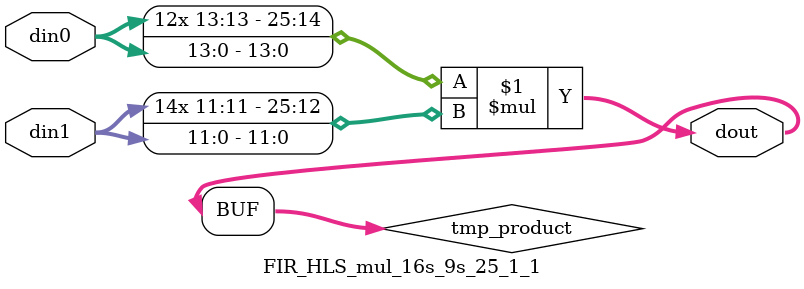
<source format=v>

`timescale 1 ns / 1 ps

 module FIR_HLS_mul_16s_9s_25_1_1(din0, din1, dout);
parameter ID = 1;
parameter NUM_STAGE = 0;
parameter din0_WIDTH = 14;
parameter din1_WIDTH = 12;
parameter dout_WIDTH = 26;

input [din0_WIDTH - 1 : 0] din0; 
input [din1_WIDTH - 1 : 0] din1; 
output [dout_WIDTH - 1 : 0] dout;

wire signed [dout_WIDTH - 1 : 0] tmp_product;



























assign tmp_product = $signed(din0) * $signed(din1);








assign dout = tmp_product;





















endmodule

</source>
